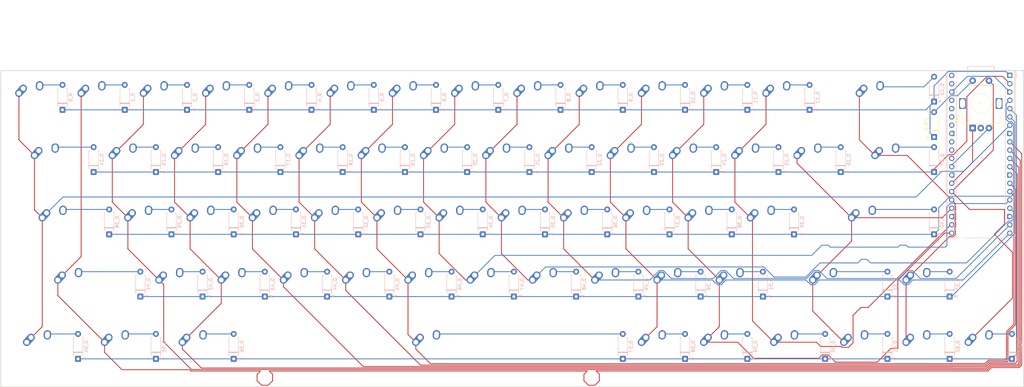
<source format=kicad_pcb>
(kicad_pcb (version 20241229) (generator "pcbnew") (generator_version "9.0")
  (layers (0 "F.Cu" signal) (2 "B.Cu" signal) (13 "F.Paste" user) (15 "B.Paste" user) (5 "F.SilkS" user "F.Silkscreen") (7 "B.SilkS" user "B.Silkscreen") (1 "F.Mask" user) (3 "B.Mask" user) (25 "Edge.Cuts" user))
  (net 0 "")
  (net 1 "GND")
  (net 2 "Net-(A1-GND-Pad13)")
  (net 3 "col0")
  (net 4 "col1")
  (net 5 "col2")
  (net 6 "col3")
  (net 7 "col4")
  (net 8 "col5")
  (net 9 "col6")
  (net 10 "col7")
  (net 11 "col8")
  (net 12 "col9")
  (net 13 "col10")
  (net 14 "col11")
  (net 15 "col12")
  (net 16 "col13")
  (net 17 "col14")
  (net 18 "col15")
  (net 20 "row0")
  (net 21 "row1")
  (net 22 "row2")
  (net 23 "row3")
  (net 24 "row4")
  (net 31 "1B")
  (net 32 "1A")
  (net 36 "Net-(D_0-A)")
  (net 37 "Net-(D_1-A)")
  (net 38 "Net-(D_2-A)")
  (net 39 "Net-(D_3-A)")
  (net 40 "Net-(D_4-A)")
  (net 41 "Net-(D_5-A)")
  (net 42 "Net-(D_6-A)")
  (net 43 "Net-(D_7-A)")
  (net 44 "Net-(D_8-A)")
  (net 45 "Net-(D_9-A)")
  (net 46 "Net-(D_10-A)")
  (net 47 "Net-(D_11-A)")
  (net 48 "Net-(D_12-A)")
  (net 49 "Net-(D_13-A)")
  (net 50 "Net-(D_14-A)")
  (net 51 "Net-(D_15-A)")
  (net 52 "Net-(D_16-A)")
  (net 53 "Net-(D_17-A)")
  (net 54 "Net-(D_18-A)")
  (net 55 "Net-(D_19-A)")
  (net 56 "Net-(D_20-A)")
  (net 57 "Net-(D_21-A)")
  (net 58 "Net-(D_22-A)")
  (net 59 "Net-(D_23-A)")
  (net 60 "Net-(D_24-A)")
  (net 61 "Net-(D_25-A)")
  (net 62 "Net-(D_26-A)")
  (net 63 "Net-(D_27-A)")
  (net 64 "Net-(D_28-A)")
  (net 65 "Net-(D_29-A)")
  (net 66 "Net-(D_30-A)")
  (net 67 "Net-(D_31-A)")
  (net 68 "Net-(D_32-A)")
  (net 69 "Net-(D_33-A)")
  (net 70 "Net-(D_34-A)")
  (net 71 "Net-(D_35-A)")
  (net 72 "Net-(D_36-A)")
  (net 73 "Net-(D_37-A)")
  (net 74 "Net-(D_38-A)")
  (net 75 "Net-(D_39-A)")
  (net 76 "Net-(D_40-A)")
  (net 77 "Net-(D_41-A)")
  (net 78 "Net-(D_42-A)")
  (net 79 "Net-(D_43-A)")
  (net 80 "Net-(D_44-A)")
  (net 81 "Net-(D_45-A)")
  (net 82 "Net-(D_46-A)")
  (net 83 "Net-(D_47-A)")
  (net 84 "Net-(D_48-A)")
  (net 85 "Net-(D_49-A)")
  (net 86 "Net-(D_50-A)")
  (net 87 "Net-(D_51-A)")
  (net 88 "Net-(D_52-A)")
  (net 89 "Net-(D_53-A)")
  (net 90 "Net-(D_54-A)")
  (net 91 "Net-(D_55-A)")
  (net 92 "Net-(D_56-A)")
  (net 93 "Net-(D_57-A)")
  (net 94 "Net-(D_58-A)")
  (net 95 "Net-(D_59-A)")
  (net 96 "Net-(D_60-A)")
  (net 97 "Net-(D_61-A)")
  (net 98 "Net-(D_62-A)")
  (net 99 "Net-(D_63-A)")
  (net 100 "Net-(D_64-A)")
  (footprint "MX_Alps_Hybrid:MX-1U-NoLED" (layer "F.Cu") (at 155.8625 123.43)
    (property "Reference" "K_0")
    (property "Value" "KEYSW")
  )
  (footprint "MX_Alps_Hybrid:MX-1U-NoLED" (layer "F.Cu") (at 174.9125 123.43)
    (property "Reference" "K_1")
    (property "Value" "KEYSW")
  )
  (footprint "MX_Alps_Hybrid:MX-1U-NoLED" (layer "F.Cu") (at 193.9625 123.43)
    (property "Reference" "K_2")
    (property "Value" "KEYSW")
  )
  (footprint "MX_Alps_Hybrid:MX-1U-NoLED" (layer "F.Cu") (at 213.0125 123.43)
    (property "Reference" "K_3")
    (property "Value" "KEYSW")
  )
  (footprint "MX_Alps_Hybrid:MX-1U-NoLED" (layer "F.Cu") (at 232.0625 123.43)
    (property "Reference" "K_4")
    (property "Value" "KEYSW")
  )
  (footprint "MX_Alps_Hybrid:MX-1U-NoLED" (layer "F.Cu") (at 251.1125 123.43)
    (property "Reference" "K_5")
    (property "Value" "KEYSW")
  )
  (footprint "MX_Alps_Hybrid:MX-1U-NoLED" (layer "F.Cu") (at 270.1625 123.43)
    (property "Reference" "K_6")
    (property "Value" "KEYSW")
  )
  (footprint "MX_Alps_Hybrid:MX-1U-NoLED" (layer "F.Cu") (at 289.2125 123.43)
    (property "Reference" "K_7")
    (property "Value" "KEYSW")
  )
  (footprint "MX_Alps_Hybrid:MX-1U-NoLED" (layer "F.Cu") (at 308.2625 123.43)
    (property "Reference" "K_8")
    (property "Value" "KEYSW")
  )
  (footprint "MX_Alps_Hybrid:MX-1U-NoLED" (layer "F.Cu") (at 327.3125 123.43)
    (property "Reference" "K_9")
    (property "Value" "KEYSW")
  )
  (footprint "MX_Alps_Hybrid:MX-1U-NoLED" (layer "F.Cu") (at 346.3625 123.43)
    (property "Reference" "K_10")
    (property "Value" "KEYSW")
  )
  (footprint "MX_Alps_Hybrid:MX-1U-NoLED" (layer "F.Cu") (at 365.4125 123.43)
    (property "Reference" "K_11")
    (property "Value" "KEYSW")
  )
  (footprint "MX_Alps_Hybrid:MX-1U-NoLED" (layer "F.Cu") (at 384.4625 123.43)
    (property "Reference" "K_12")
    (property "Value" "KEYSW")
  )
  (footprint "MX_Alps_Hybrid:MX-2U-NoLED" (layer "F.Cu") (at 413.0375 123.43)
    (property "Reference" "K_13")
    (property "Value" "KEYSW")
  )
  (footprint "MX_Alps_Hybrid:MX-1.5U-NoLED" (layer "F.Cu") (at 160.625 142.48)
    (property "Reference" "K_14")
    (property "Value" "KEYSW")
  )
  (footprint "MX_Alps_Hybrid:MX-1U-NoLED" (layer "F.Cu") (at 184.4375 142.48)
    (property "Reference" "K_15")
    (property "Value" "KEYSW")
  )
  (footprint "MX_Alps_Hybrid:MX-1U-NoLED" (layer "F.Cu") (at 203.4875 142.48)
    (property "Reference" "K_16")
    (property "Value" "KEYSW")
  )
  (footprint "MX_Alps_Hybrid:MX-1U-NoLED" (layer "F.Cu") (at 222.5375 142.48)
    (property "Reference" "K_17")
    (property "Value" "KEYSW")
  )
  (footprint "MX_Alps_Hybrid:MX-1U-NoLED" (layer "F.Cu") (at 241.5875 142.48)
    (property "Reference" "K_18")
    (property "Value" "KEYSW")
  )
  (footprint "MX_Alps_Hybrid:MX-1U-NoLED" (layer "F.Cu") (at 260.6375 142.48)
    (property "Reference" "K_19")
    (property "Value" "KEYSW")
  )
  (footprint "MX_Alps_Hybrid:MX-1U-NoLED" (layer "F.Cu") (at 279.6875 142.48)
    (property "Reference" "K_20")
    (property "Value" "KEYSW")
  )
  (footprint "MX_Alps_Hybrid:MX-1U-NoLED" (layer "F.Cu") (at 298.7375 142.48)
    (property "Reference" "K_21")
    (property "Value" "KEYSW")
  )
  (footprint "MX_Alps_Hybrid:MX-1U-NoLED" (layer "F.Cu") (at 317.7875 142.48)
    (property "Reference" "K_22")
    (property "Value" "KEYSW")
  )
  (footprint "MX_Alps_Hybrid:MX-1U-NoLED" (layer "F.Cu") (at 336.8375 142.48)
    (property "Reference" "K_23")
    (property "Value" "KEYSW")
  )
  (footprint "MX_Alps_Hybrid:MX-1U-NoLED" (layer "F.Cu") (at 355.8875 142.48)
    (property "Reference" "K_24")
    (property "Value" "KEYSW")
  )
  (footprint "MX_Alps_Hybrid:MX-1U-NoLED" (layer "F.Cu") (at 374.9375 142.48)
    (property "Reference" "K_25")
    (property "Value" "KEYSW")
  )
  (footprint "MX_Alps_Hybrid:MX-1U-NoLED" (layer "F.Cu") (at 393.9875 142.48)
    (property "Reference" "K_26")
    (property "Value" "KEYSW")
  )
  (footprint "MX_Alps_Hybrid:MX-1.5U-NoLED" (layer "F.Cu") (at 417.8 142.48)
    (property "Reference" "K_27")
    (property "Value" "KEYSW")
  )
  (footprint "MX_Alps_Hybrid:MX-1.75U-NoLED" (layer "F.Cu") (at 163.00625 161.53)
    (property "Reference" "K_28")
    (property "Value" "KEYSW")
  )
  (footprint "MX_Alps_Hybrid:MX-1U-NoLED" (layer "F.Cu") (at 189.2 161.53)
    (property "Reference" "K_29")
    (property "Value" "KEYSW")
  )
  (footprint "MX_Alps_Hybrid:MX-1U-NoLED" (layer "F.Cu") (at 208.25 161.53)
    (property "Reference" "K_30")
    (property "Value" "KEYSW")
  )
  (footprint "MX_Alps_Hybrid:MX-1U-NoLED" (layer "F.Cu") (at 227.3 161.53)
    (property "Reference" "K_31")
    (property "Value" "KEYSW")
  )
  (footprint "MX_Alps_Hybrid:MX-1U-NoLED" (layer "F.Cu") (at 246.35 161.53)
    (property "Reference" "K_32")
    (property "Value" "KEYSW")
  )
  (footprint "MX_Alps_Hybrid:MX-1U-NoLED" (layer "F.Cu") (at 265.4 161.53)
    (property "Reference" "K_33")
    (property "Value" "KEYSW")
  )
  (footprint "MX_Alps_Hybrid:MX-1U-NoLED" (layer "F.Cu") (at 284.45 161.53)
    (property "Reference" "K_34")
    (property "Value" "KEYSW")
  )
  (footprint "MX_Alps_Hybrid:MX-1U-NoLED" (layer "F.Cu") (at 303.5 161.53)
    (property "Reference" "K_35")
    (property "Value" "KEYSW")
  )
  (footprint "MX_Alps_Hybrid:MX-1U-NoLED" (layer "F.Cu") (at 322.55 161.53)
    (property "Reference" "K_36")
    (property "Value" "KEYSW")
  )
  (footprint "MX_Alps_Hybrid:MX-1U-NoLED" (layer "F.Cu") (at 341.6 161.53)
    (property "Reference" "K_37")
    (property "Value" "KEYSW")
  )
  (footprint "MX_Alps_Hybrid:MX-1U-NoLED" (layer "F.Cu") (at 360.65 161.53)
    (property "Reference" "K_38")
    (property "Value" "KEYSW")
  )
  (footprint "MX_Alps_Hybrid:MX-1U-NoLED" (layer "F.Cu") (at 379.7 161.53)
    (property "Reference" "K_39")
    (property "Value" "KEYSW")
  )
  (footprint "MX_Alps_Hybrid:MX-2.25U-NoLED" (layer "F.Cu") (at 410.65625 161.53)
    (property "Reference" "K_40")
    (property "Value" "KEYSW")
  )
  (footprint "MX_Alps_Hybrid:MX-2.25U-NoLED" (layer "F.Cu") (at 167.76875 180.58)
    (property "Reference" "K_41")
    (property "Value" "KEYSW")
  )
  (footprint "MX_Alps_Hybrid:MX-1U-NoLED" (layer "F.Cu") (at 198.725 180.58)
    (property "Reference" "K_42")
    (property "Value" "KEYSW")
  )
  (footprint "MX_Alps_Hybrid:MX-1U-NoLED" (layer "F.Cu") (at 217.775 180.58)
    (property "Reference" "K_43")
    (property "Value" "KEYSW")
  )
  (footprint "MX_Alps_Hybrid:MX-1U-NoLED" (layer "F.Cu") (at 236.825 180.58)
    (property "Reference" "K_44")
    (property "Value" "KEYSW")
  )
  (footprint "MX_Alps_Hybrid:MX-1U-NoLED" (layer "F.Cu") (at 255.875 180.58)
    (property "Reference" "K_45")
    (property "Value" "KEYSW")
  )
  (footprint "MX_Alps_Hybrid:MX-1U-NoLED" (layer "F.Cu") (at 274.925 180.58)
    (property "Reference" "K_46")
    (property "Value" "KEYSW")
  )
  (footprint "MX_Alps_Hybrid:MX-1U-NoLED" (layer "F.Cu") (at 293.975 180.58)
    (property "Reference" "K_47")
    (property "Value" "KEYSW")
  )
  (footprint "MX_Alps_Hybrid:MX-1U-NoLED" (layer "F.Cu") (at 313.025 180.58)
    (property "Reference" "K_48")
    (property "Value" "KEYSW")
  )
  (footprint "MX_Alps_Hybrid:MX-1U-NoLED" (layer "F.Cu") (at 332.075 180.58)
    (property "Reference" "K_49")
    (property "Value" "KEYSW")
  )
  (footprint "MX_Alps_Hybrid:MX-1U-NoLED" (layer "F.Cu") (at 351.125 180.58)
    (property "Reference" "K_50")
    (property "Value" "KEYSW")
  )
  (footprint "MX_Alps_Hybrid:MX-1U-NoLED" (layer "F.Cu") (at 370.175 180.58)
    (property "Reference" "K_51")
    (property "Value" "KEYSW")
  )
  (footprint "MX_Alps_Hybrid:MX-2U-NoLED" (layer "F.Cu") (at 398.75 180.58)
    (property "Reference" "K_52")
    (property "Value" "KEYSW")
  )
  (footprint "MX_Alps_Hybrid:MX-1U-NoLED" (layer "F.Cu") (at 427.325 180.58)
    (property "Reference" "K_53")
    (property "Value" "KEYSW")
  )
  (footprint "MX_Alps_Hybrid:MX-1.25U-NoLED" (layer "F.Cu") (at 158.24375 199.63)
    (property "Reference" "K_54")
    (property "Value" "KEYSW")
  )
  (footprint "MX_Alps_Hybrid:MX-1.25U-NoLED" (layer "F.Cu") (at 182.05625 199.63)
    (property "Reference" "K_55")
    (property "Value" "KEYSW")
  )
  (footprint "MX_Alps_Hybrid:MX-1.25U-NoLED" (layer "F.Cu") (at 205.86875 199.63)
    (property "Reference" "K_56")
    (property "Value" "KEYSW")
  )
  (footprint "MX_Alps_Hybrid:MX-6.25U-NoLED" (layer "F.Cu") (at 277.30625 199.63)
    (property "Reference" "K_57")
    (property "Value" "KEYSW")
  )
  (footprint "MX_Alps_Hybrid:MX-1U-NoLED" (layer "F.Cu") (at 346.3625 199.63)
    (property "Reference" "K_58")
    (property "Value" "KEYSW")
  )
  (footprint "MX_Alps_Hybrid:MX-1U-NoLED" (layer "F.Cu") (at 365.4125 199.63)
    (property "Reference" "K_59")
    (property "Value" "KEYSW")
  )
  (footprint "MX_Alps_Hybrid:MX-1.25U-NoLED" (layer "F.Cu") (at 386.84375 199.63)
    (property "Reference" "K_60")
    (property "Value" "KEYSW")
  )
  (footprint "MX_Alps_Hybrid:MX-1U-NoLED" (layer "F.Cu") (at 408.275 199.63)
    (property "Reference" "K_61")
    (property "Value" "KEYSW")
  )
  (footprint "MX_Alps_Hybrid:MX-1U-NoLED" (layer "F.Cu") (at 427.325 199.63)
    (property "Reference" "K_62")
    (property "Value" "KEYSW")
  )
  (footprint "MX_Alps_Hybrid:MX-1U-NoLED" (layer "F.Cu") (at 446.375 199.63)
    (property "Reference" "K_63")
    (property "Value" "KEYSW")
  )
  (footprint "Diode_THT:D_A-405_P7.62mm_Horizontal" (layer "F.Cu") (at 432.0875 134.31 90)
    (property "Reference" "D_64")
    (property "Value" "D")
  )
  (footprint "Rotary_Encoder:RotaryEncoder_Alps_EC11E-Switch_Vertical_H20mm" (layer "F.Cu") (at 443.875 131.54995 90)
    (property "Reference" "SW1")
    (property "Value" "RotaryEncoder_Switch")
  )
  (footprint "Diode_THT:D_A-405_P7.62mm_Horizontal" (layer "B.Cu") (at 165.3875 125.97 90)
    (property "Reference" "D_0")
    (property "Value" "D")
  )
  (footprint "Diode_THT:D_A-405_P7.62mm_Horizontal" (layer "B.Cu") (at 184.4375 125.97 90)
    (property "Reference" "D_1")
    (property "Value" "D")
  )
  (footprint "Diode_THT:D_A-405_P7.62mm_Horizontal" (layer "B.Cu") (at 203.4875 125.97 90)
    (property "Reference" "D_2")
    (property "Value" "D")
  )
  (footprint "Diode_THT:D_A-405_P7.62mm_Horizontal" (layer "B.Cu") (at 222.5375 125.97 90)
    (property "Reference" "D_3")
    (property "Value" "D")
  )
  (footprint "Diode_THT:D_A-405_P7.62mm_Horizontal" (layer "B.Cu") (at 241.5875 125.97 90)
    (property "Reference" "D_4")
    (property "Value" "D")
  )
  (footprint "Diode_THT:D_A-405_P7.62mm_Horizontal" (layer "B.Cu") (at 260.6375 125.97 90)
    (property "Reference" "D_5")
    (property "Value" "D")
  )
  (footprint "Diode_THT:D_A-405_P7.62mm_Horizontal" (layer "B.Cu") (at 279.6875 125.97 90)
    (property "Reference" "D_6")
    (property "Value" "D")
  )
  (footprint "Diode_THT:D_A-405_P7.62mm_Horizontal" (layer "B.Cu") (at 298.7375 125.97 90)
    (property "Reference" "D_7")
    (property "Value" "D")
  )
  (footprint "Diode_THT:D_A-405_P7.62mm_Horizontal" (layer "B.Cu") (at 317.7875 125.97 90)
    (property "Reference" "D_8")
    (property "Value" "D")
  )
  (footprint "Diode_THT:D_A-405_P7.62mm_Horizontal" (layer "B.Cu") (at 336.8375 125.97 90)
    (property "Reference" "D_9")
    (property "Value" "D")
  )
  (footprint "Diode_THT:D_A-405_P7.62mm_Horizontal" (layer "B.Cu") (at 355.8875 125.97 90)
    (property "Reference" "D_10")
    (property "Value" "D")
  )
  (footprint "Diode_THT:D_A-405_P7.62mm_Horizontal" (layer "B.Cu") (at 374.9375 125.97 90)
    (property "Reference" "D_11")
    (property "Value" "D")
  )
  (footprint "Diode_THT:D_A-405_P7.62mm_Horizontal" (layer "B.Cu") (at 393.9875 125.97 90)
    (property "Reference" "D_12")
    (property "Value" "D")
  )
  (footprint "Diode_THT:D_A-405_P7.62mm_Horizontal" (layer "B.Cu") (at 432.0875 123.47 90)
    (property "Reference" "D_13")
    (property "Value" "D")
  )
  (footprint "Diode_THT:D_A-405_P7.62mm_Horizontal" (layer "B.Cu") (at 174.9125 145.02 90)
    (property "Reference" "D_14")
    (property "Value" "D")
  )
  (footprint "Diode_THT:D_A-405_P7.62mm_Horizontal" (layer "B.Cu") (at 193.9625 145.02 90)
    (property "Reference" "D_15")
    (property "Value" "D")
  )
  (footprint "Diode_THT:D_A-405_P7.62mm_Horizontal" (layer "B.Cu") (at 213.0125 145.02 90)
    (property "Reference" "D_16")
    (property "Value" "D")
  )
  (footprint "Diode_THT:D_A-405_P7.62mm_Horizontal" (layer "B.Cu") (at 232.0625 145.02 90)
    (property "Reference" "D_17")
    (property "Value" "D")
  )
  (footprint "Diode_THT:D_A-405_P7.62mm_Horizontal" (layer "B.Cu") (at 251.1125 145.02 90)
    (property "Reference" "D_18")
    (property "Value" "D")
  )
  (footprint "Diode_THT:D_A-405_P7.62mm_Horizontal" (layer "B.Cu") (at 270.1625 145.02 90)
    (property "Reference" "D_19")
    (property "Value" "D")
  )
  (footprint "Diode_THT:D_A-405_P7.62mm_Horizontal" (layer "B.Cu") (at 289.2125 145.02 90)
    (property "Reference" "D_20")
    (property "Value" "D")
  )
  (footprint "Diode_THT:D_A-405_P7.62mm_Horizontal" (layer "B.Cu") (at 308.2625 145.02 90)
    (property "Reference" "D_21")
    (property "Value" "D")
  )
  (footprint "Diode_THT:D_A-405_P7.62mm_Horizontal" (layer "B.Cu") (at 327.3125 145.02 90)
    (property "Reference" "D_22")
    (property "Value" "D")
  )
  (footprint "Diode_THT:D_A-405_P7.62mm_Horizontal" (layer "B.Cu") (at 346.3625 145.02 90)
    (property "Reference" "D_23")
    (property "Value" "D")
  )
  (footprint "Diode_THT:D_A-405_P7.62mm_Horizontal" (layer "B.Cu") (at 365.4125 145.02 90)
    (property "Reference" "D_24")
    (property "Value" "D")
  )
  (footprint "Diode_THT:D_A-405_P7.62mm_Horizontal" (layer "B.Cu") (at 384.4625 145.02 90)
    (property "Reference" "D_25")
    (property "Value" "D")
  )
  (footprint "Diode_THT:D_A-405_P7.62mm_Horizontal" (layer "B.Cu") (at 403.5125 145.02 90)
    (property "Reference" "D_26")
    (property "Value" "D")
  )
  (footprint "Diode_THT:D_A-405_P7.62mm_Horizontal" (layer "B.Cu") (at 432.0875 145.02 90)
    (property "Reference" "D_27")
    (property "Value" "D")
  )
  (footprint "Diode_THT:D_A-405_P7.62mm_Horizontal" (layer "B.Cu") (at 179.675 164.07 90)
    (property "Reference" "D_28")
    (property "Value" "D")
  )
  (footprint "Diode_THT:D_A-405_P7.62mm_Horizontal" (layer "B.Cu") (at 198.725 164.07 90)
    (property "Reference" "D_29")
    (property "Value" "D")
  )
  (footprint "Diode_THT:D_A-405_P7.62mm_Horizontal" (layer "B.Cu") (at 217.775 164.07 90)
    (property "Reference" "D_30")
    (property "Value" "D")
  )
  (footprint "Diode_THT:D_A-405_P7.62mm_Horizontal" (layer "B.Cu") (at 236.825 164.07 90)
    (property "Reference" "D_31")
    (property "Value" "D")
  )
  (footprint "Diode_THT:D_A-405_P7.62mm_Horizontal" (layer "B.Cu") (at 255.875 164.07 90)
    (property "Reference" "D_32")
    (property "Value" "D")
  )
  (footprint "Diode_THT:D_A-405_P7.62mm_Horizontal" (layer "B.Cu") (at 274.925 164.07 90)
    (property "Reference" "D_33")
    (property "Value" "D")
  )
  (footprint "Diode_THT:D_A-405_P7.62mm_Horizontal" (layer "B.Cu") (at 293.975 164.07 90)
    (property "Reference" "D_34")
    (property "Value" "D")
  )
  (footprint "Diode_THT:D_A-405_P7.62mm_Horizontal" (layer "B.Cu") (at 313.025 164.07 90)
    (property "Reference" "D_35")
    (property "Value" "D")
  )
  (footprint "Diode_THT:D_A-405_P7.62mm_Horizontal" (layer "B.Cu") (at 332.075 164.07 90)
    (property "Reference" "D_36")
    (property "Value" "D")
  )
  (footprint "Diode_THT:D_A-405_P7.62mm_Horizontal" (layer "B.Cu") (at 351.125 164.07 90)
    (property "Reference" "D_37")
    (property "Value" "D")
  )
  (footprint "Diode_THT:D_A-405_P7.62mm_Horizontal" (layer "B.Cu") (at 370.175 164.07 90)
    (property "Reference" "D_38")
    (property "Value" "D")
  )
  (footprint "Diode_THT:D_A-405_P7.62mm_Horizontal" (layer "B.Cu") (at 389.225 164.07 90)
    (property "Reference" "D_39")
    (property "Value" "D")
  )
  (footprint "Diode_THT:D_A-405_P7.62mm_Horizontal" (layer "B.Cu") (at 432.0875 164.07 90)
    (property "Reference" "D_40")
    (property "Value" "D")
  )
  (footprint "Diode_THT:D_A-405_P7.62mm_Horizontal" (layer "B.Cu") (at 189.2 183.12 90)
    (property "Reference" "D_41")
    (property "Value" "D")
  )
  (footprint "Diode_THT:D_A-405_P7.62mm_Horizontal" (layer "B.Cu") (at 208.25 183.12 90)
    (property "Reference" "D_42")
    (property "Value" "D")
  )
  (footprint "Diode_THT:D_A-405_P7.62mm_Horizontal" (layer "B.Cu") (at 227.3 183.12 90)
    (property "Reference" "D_43")
    (property "Value" "D")
  )
  (footprint "Diode_THT:D_A-405_P7.62mm_Horizontal" (layer "B.Cu") (at 246.35 183.12 90)
    (property "Reference" "D_44")
    (property "Value" "D")
  )
  (footprint "Diode_THT:D_A-405_P7.62mm_Horizontal" (layer "B.Cu") (at 265.4 183.12 90)
    (property "Reference" "D_45")
    (property "Value" "D")
  )
  (footprint "Diode_THT:D_A-405_P7.62mm_Horizontal" (layer "B.Cu") (at 284.45 183.12 90)
    (property "Reference" "D_46")
    (property "Value" "D")
  )
  (footprint "Diode_THT:D_A-405_P7.62mm_Horizontal" (layer "B.Cu") (at 303.5 183.12 90)
    (property "Reference" "D_47")
    (property "Value" "D")
  )
  (footprint "Diode_THT:D_A-405_P7.62mm_Horizontal" (layer "B.Cu") (at 322.55 183.12 90)
    (property "Reference" "D_48")
    (property "Value" "D")
  )
  (footprint "Diode_THT:D_A-405_P7.62mm_Horizontal" (layer "B.Cu") (at 341.6 183.12 90)
    (property "Reference" "D_49")
    (property "Value" "D")
  )
  (footprint "Diode_THT:D_A-405_P7.62mm_Horizontal" (layer "B.Cu") (at 360.65 183.12 90)
    (property "Reference" "D_50")
    (property "Value" "D")
  )
  (footprint "Diode_THT:D_A-405_P7.62mm_Horizontal" (layer "B.Cu") (at 379.7 183.12 90)
    (property "Reference" "D_51")
    (property "Value" "D")
  )
  (footprint "Diode_THT:D_A-405_P7.62mm_Horizontal" (layer "B.Cu") (at 417.8 183.12 90)
    (property "Reference" "D_52")
    (property "Value" "D")
  )
  (footprint "Diode_THT:D_A-405_P7.62mm_Horizontal" (layer "B.Cu") (at 436.85 183.12 90)
    (property "Reference" "D_53")
    (property "Value" "D")
  )
  (footprint "Diode_THT:D_A-405_P7.62mm_Horizontal" (layer "B.Cu") (at 170.15 202.17 90)
    (property "Reference" "D_54")
    (property "Value" "D")
  )
  (footprint "Diode_THT:D_A-405_P7.62mm_Horizontal" (layer "B.Cu") (at 193.9625 202.17 90)
    (property "Reference" "D_55")
    (property "Value" "D")
  )
  (footprint "Diode_THT:D_A-405_P7.62mm_Horizontal" (layer "B.Cu") (at 217.775 202.17 90)
    (property "Reference" "D_56")
    (property "Value" "D")
  )
  (footprint "Diode_THT:D_A-405_P7.62mm_Horizontal" (layer "B.Cu") (at 336.8375 202.17 90)
    (property "Reference" "D_57")
    (property "Value" "D")
  )
  (footprint "Diode_THT:D_A-405_P7.62mm_Horizontal" (layer "B.Cu") (at 355.8875 202.17 90)
    (property "Reference" "D_58")
    (property "Value" "D")
  )
  (footprint "Diode_THT:D_A-405_P7.62mm_Horizontal" (layer "B.Cu") (at 374.9375 202.17 90)
    (property "Reference" "D_59")
    (property "Value" "D")
  )
  (footprint "Diode_THT:D_A-405_P7.62mm_Horizontal" (layer "B.Cu") (at 398.75 202.17 90)
    (property "Reference" "D_60")
    (property "Value" "D")
  )
  (footprint "Diode_THT:D_A-405_P7.62mm_Horizontal" (layer "B.Cu") (at 417.8 202.17 90)
    (property "Reference" "D_61")
    (property "Value" "D")
  )
  (footprint "Diode_THT:D_A-405_P7.62mm_Horizontal" (layer "B.Cu") (at 436.85 202.17 90)
    (property "Reference" "D_62")
    (property "Value" "D")
  )
  (footprint "Diode_THT:D_A-405_P7.62mm_Horizontal" (layer "B.Cu") (at 455.9 202.17 90)
    (property "Reference" "D_63")
    (property "Value" "D")
  )
  (footprint "Module:RaspberryPi_Pico_Common_THT" (layer "B.Cu") (at 455.265 115.44 180)
    (property "Reference" "A1")
    (property "Value" "RaspberryPi_Pico")
  )
  (gr_line (start 146.5 114) (end 459.5 114) (stroke (width 0.2)) (layer "Edge.Cuts"))
  (gr_line (start 459.5 114) (end 459.5 210.75) (stroke (width 0.2)) (layer "Edge.Cuts"))
  (gr_line (start 146.5 210.75) (end 146.5 114) (stroke (width 0.2)) (layer "Edge.Cuts"))
  (gr_line (start 459.5 210.75) (end 146.5 210.75) (stroke (width 0.2)) (layer "Edge.Cuts"))
  (segment (start 442.28105 115.72395) (end 450.46895 115.72395) (width 0.25) (layer "B.Cu") (net 2))
  (segment (start 450.46895 115.72395) (end 455.265 120.52) (width 0.25) (layer "B.Cu") (net 2))
  (segment (start 437.485 120.52) (end 442.28105 115.72395) (width 0.25) (layer "B.Cu") (net 2))
  (segment (start 152.0525 135.1775) (end 156.815 139.94) (width 0.25) (layer "F.Cu") (net 3))
  (segment (start 156.815 139.94) (end 156.815 156.60875) (width 0.25) (layer "F.Cu") (net 3))
  (segment (start 159.19625 192.3275) (end 154.43375 197.09) (width 0.25) (layer "F.Cu") (net 3))
  (segment (start 156.815 156.60875) (end 159.19625 158.99) (width 0.25) (layer "F.Cu") (net 3))
  (segment (start 159.19625 158.99) (end 159.19625 192.3275) (width 0.25) (layer "F.Cu") (net 3))
  (segment (start 152.0525 120.89) (end 152.0525 135.1775) (width 0.25) (layer "F.Cu") (net 3))
  (segment (start 455.265 130.68) (end 441.156 144.789) (width 0.25) (layer "B.Cu") (net 3))
  (segment (start 165.54125 152.645) (end 159.19625 158.99) (width 0.25) (layer "B.Cu") (net 3))
  (segment (start 434.440014 144.789) (end 426.584014 152.645) (width 0.25) (layer "B.Cu") (net 3))
  (segment (start 426.584014 152.645) (end 165.54125 152.645) (width 0.25) (layer "B.Cu") (net 3))
  (segment (start 441.156 144.789) (end 434.440014 144.789) (width 0.25) (layer "B.Cu") (net 3))
  (segment (start 204.251759 205.5) (end 183.579069 205.5) (width 0.25) (layer "F.Cu") (net 4))
  (segment (start 226.324705 210.2549) (end 224.93645 208.866645) (width 0.25) (layer "F.Cu") (net 4))
  (segment (start 455.265 135.76) (end 458.902 139.397) (width 0.25) (layer "F.Cu") (net 4))
  (segment (start 229.67625 206.903355) (end 229.67625 208.866645) (width 0.25) (layer "F.Cu") (net 4))
  (segment (start 171.1025 170.89625) (end 163.95875 178.04) (width 0.25) (layer "F.Cu") (net 4))
  (segment (start 178.24625 200.167181) (end 178.24625 197.09) (width 0.25) (layer "F.Cu") (net 4))
  (segment (start 163.95875 178.04) (end 163.95875 182.8025) (width 0.25) (layer "F.Cu") (net 4))
  (segment (start 328.674695 205.902) (end 329.67605 206.903355) (width 0.25) (layer "F.Cu") (net 4))
  (segment (start 225.937805 205.902) (end 204.653759 205.902) (width 0.25) (layer "F.Cu") (net 4))
  (segment (start 204.653759 205.902) (end 204.251759 205.5) (width 0.25) (layer "F.Cu") (net 4))
  (segment (start 228.674895 205.902) (end 229.67625 206.903355) (width 0.25) (layer "F.Cu") (net 4))
  (segment (start 458.1469 204.8531) (end 449.6469 204.8531) (width 0.25) (layer "F.Cu") (net 4))
  (segment (start 458.902 204.098) (end 458.1469 204.8531) (width 0.25) (layer "F.Cu") (net 4))
  (segment (start 324.93625 208.866645) (end 324.93625 206.903355) (width 0.25) (layer "F.Cu") (net 4))
  (segment (start 163.95875 182.8025) (end 178.24625 197.09) (width 0.25) (layer "F.Cu") (net 4))
  (segment (start 183.579069 205.5) (end 178.24625 200.167181) (width 0.25) (layer "F.Cu") (net 4))
  (segment (start 224.93645 206.903355) (end 225.937805 205.902) (width 0.25) (layer "F.Cu") (net 4))
  (segment (start 329.67605 208.866645) (end 328.287795 210.2549) (width 0.25) (layer "F.Cu") (net 4))
  (segment (start 458.902 139.397) (end 458.902 204.098) (width 0.25) (layer "F.Cu") (net 4))
  (segment (start 449.6469 204.8531) (end 448.598 205.902) (width 0.25) (layer "F.Cu") (net 4))
  (segment (start 228.287995 210.2549) (end 226.324705 210.2549) (width 0.25) (layer "F.Cu") (net 4))
  (segment (start 325.937605 205.902) (end 228.674895 205.902) (width 0.25) (layer "F.Cu") (net 4))
  (segment (start 328.287795 210.2549) (end 326.324505 210.2549) (width 0.25) (layer "F.Cu") (net 4))
  (segment (start 224.93645 208.866645) (end 224.93645 206.903355) (width 0.25) (layer "F.Cu") (net 4))
  (segment (start 229.67625 208.866645) (end 228.287995 210.2549) (width 0.25) (layer "F.Cu") (net 4))
  (segment (start 324.93625 206.903355) (end 325.937605 205.902) (width 0.25) (layer "F.Cu") (net 4))
  (segment (start 329.67605 206.903355) (end 329.67605 208.866645) (width 0.25) (layer "F.Cu") (net 4))
  (segment (start 326.324505 210.2549) (end 324.93625 208.866645) (width 0.25) (layer "F.Cu") (net 4))
  (segment (start 448.598 205.902) (end 328.674695 205.902) (width 0.25) (layer "F.Cu") (net 4))
  (segment (start 171.1025 120.89) (end 171.1025 170.89625) (width 0.25) (layer "F.Cu") (net 4))
  (segment (start 458.451 203.91119) (end 457.96009 204.4021) (width 0.25) (layer "F.Cu") (net 5))
  (segment (start 204.840569 205.451) (end 196.3551 196.965531) (width 0.25) (layer "F.Cu") (net 5))
  (segment (start 449.46009 204.4021) (end 448.41119 205.451) (width 0.25) (layer "F.Cu") (net 5))
  (segment (start 457.96009 204.4021) (end 449.46009 204.4021) (width 0.25) (layer "F.Cu") (net 5))
  (segment (start 448.41119 205.451) (end 204.840569 205.451) (width 0.25) (layer "F.Cu") (net 5))
  (segment (start 196.3551 196.965531) (end 196.3551 179.4801) (width 0.25) (layer "F.Cu") (net 5))
  (segment (start 190.1525 130.415) (end 180.6275 139.94) (width 0.25) (layer "F.Cu") (net 5))
  (segment (start 455.265 138.3) (end 458.451 141.486) (width 0.25) (layer "F.Cu") (net 5))
  (segment (start 196.3551 179.4801) (end 194.915 178.04) (width 0.25) (layer "F.Cu") (net 5))
  (segment (start 180.6275 139.94) (end 180.6275 154.2275) (width 0.25) (layer "F.Cu") (net 5))
  (segment (start 185.39 158.99) (end 185.39 168.515) (width 0.25) (layer "F.Cu") (net 5))
  (segment (start 190.1525 120.89) (end 190.1525 130.415) (width 0.25) (layer "F.Cu") (net 5))
  (segment (start 458.451 141.486) (end 458.451 203.91119) (width 0.25) (layer "F.Cu") (net 5))
  (segment (start 180.6275 154.2275) (end 185.39 158.99) (width 0.25) (layer "F.Cu") (net 5))
  (segment (start 185.39 168.515) (end 194.915 178.04) (width 0.25) (layer "F.Cu") (net 5))
  (segment (start 209.2025 130.415) (end 199.6775 139.94) (width 0.25) (layer "F.Cu") (net 6))
  (segment (start 204.44 168.515) (end 213.965 178.04) (width 0.25) (layer "F.Cu") (net 6))
  (segment (start 213.965 185.18375) (end 202.05875 197.09) (width 0.25) (layer "F.Cu") (net 6))
  (segment (start 209.2025 120.89) (end 209.2025 130.415) (width 0.25) (layer "F.Cu") (net 6))
  (segment (start 207.887205 205) (end 202.05875 199.171545) (width 0.25) (layer "F.Cu") (net 6))
  (segment (start 202.05875 199.171545) (end 202.05875 197.09) (width 0.25) (layer "F.Cu") (net 6))
  (segment (start 199.6775 139.94) (end 199.6775 154.2275) (width 0.25) (layer "F.Cu") (net 6))
  (segment (start 448.22438 205) (end 207.887205 205) (width 0.25) (layer "F.Cu") (net 6))
  (segment (start 449.27328 203.9511) (end 448.22438 205) (width 0.25) (layer "F.Cu") (net 6))
  (segment (start 199.6775 154.2275) (end 204.44 158.99) (width 0.25) (layer "F.Cu") (net 6))
  (segment (start 457.77328 203.9511) (end 449.27328 203.9511) (width 0.25) (layer "F.Cu") (net 6))
  (segment (start 204.44 158.99) (end 204.44 168.515) (width 0.25) (layer "F.Cu") (net 6))
  (segment (start 458 203.72438) (end 457.77328 203.9511) (width 0.25) (layer "F.Cu") (net 6))
  (segment (start 213.965 178.04) (end 213.965 185.18375) (width 0.25) (layer "F.Cu") (net 6))
  (segment (start 455.265 140.84) (end 458 143.575) (width 0.25) (layer "F.Cu") (net 6))
  (segment (start 458 143.575) (end 458 203.72438) (width 0.25) (layer "F.Cu") (net 6))
  (segment (start 457.5 203) (end 456.9999 203.5001) (width 0.25) (layer "F.Cu") (net 7))
  (segment (start 437.683324 204.5) (end 437.634324 204.549) (width 0.25) (layer "F.Cu") (net 7))
  (segment (start 228.2525 130.415) (end 218.7275 139.94) (width 0.25) (layer "F.Cu") (net 7))
  (segment (start 448.08657 204.5) (end 437.683324 204.5) (width 0.25) (layer "F.Cu") (net 7))
  (segment (start 449.08647 203.5001) (end 448.08657 204.5) (width 0.25) (layer "F.Cu") (net 7))
  (segment (start 218.7275 154.2275) (end 223.49 158.99) (width 0.25) (layer "F.Cu") (net 7))
  (segment (start 457.5 145.615) (end 457.5 203) (width 0.25) (layer "F.Cu") (net 7))
  (segment (start 455.265 143.38) (end 457.5 145.615) (width 0.25) (layer "F.Cu") (net 7))
  (segment (start 228.2525 120.89) (end 228.2525 130.415) (width 0.25) (layer "F.Cu") (net 7))
  (segment (start 233.015 180.121545) (end 233.015 178.04) (width 0.25) (layer "F.Cu") (net 7))
  (segment (start 218.7275 139.94) (end 218.7275 154.2275) (width 0.25) (layer "F.Cu") (net 7))
  (segment (start 223.49 168.515) (end 233.015 178.04) (width 0.25) (layer "F.Cu") (net 7))
  (segment (start 223.49 158.99) (end 223.49 168.515) (width 0.25) (layer "F.Cu") (net 7))
  (segment (start 437.634324 204.549) (end 257.442455 204.549) (width 0.25) (layer "F.Cu") (net 7))
  (segment (start 257.442455 204.549) (end 233.015 180.121545) (width 0.25) (layer "F.Cu") (net 7))
  (segment (start 456.9999 203.5001) (end 449.08647 203.5001) (width 0.25) (layer "F.Cu") (net 7))
  (segment (start 274.925069 204.098) (end 252.065 181.237931) (width 0.25) (layer "F.Cu") (net 8))
  (segment (start 454.674 203) (end 454.13781 203) (width 0.25) (layer "F.Cu") (net 8))
  (segment (start 247.3025 130.415) (end 237.7775 139.94) (width 0.25) (layer "F.Cu") (net 8))
  (segment (start 454.13781 203) (end 454.08871 203.0491) (width 0.25) (layer "F.Cu") (net 8))
  (segment (start 454.674 194.042174) (end 454.674 203) (width 0.25) (layer "F.Cu") (net 8))
  (segment (start 447.89976 204.049) (end 437.496514 204.049) (width 0.25) (layer "F.Cu") (net 8))
  (segment (start 454.08871 203.0491) (end 448.89966 203.0491) (width 0.25) (layer "F.Cu") (net 8))
  (segment (start 242.54 158.99) (end 242.54 168.515) (width 0.25) (layer "F.Cu") (net 8))
  (segment (start 457 191.716174) (end 454.674 194.042174) (width 0.25) (layer "F.Cu") (net 8))
  (segment (start 242.54 168.515) (end 252.065 178.04) (width 0.25) (layer "F.Cu") (net 8))
  (segment (start 237.7775 139.94) (end 237.7775 154.2275) (width 0.25) (layer "F.Cu") (net 8))
  (segment (start 247.3025 120.89) (end 247.3025 130.415) (width 0.25) (layer "F.Cu") (net 8))
  (segment (start 455.265 148.46) (end 457 150.195) (width 0.25) (layer "F.Cu") (net 8))
  (segment (start 237.7775 154.2275) (end 242.54 158.99) (width 0.25) (layer "F.Cu") (net 8))
  (segment (start 457 150.195) (end 457 191.716174) (width 0.25) (layer "F.Cu") (net 8))
  (segment (start 252.065 181.237931) (end 252.065 178.04) (width 0.25) (layer "F.Cu") (net 8))
  (segment (start 437.496514 204.049) (end 437.447514 204.098) (width 0.25) (layer "F.Cu") (net 8))
  (segment (start 448.89966 203.0491) (end 447.89976 204.049) (width 0.25) (layer "F.Cu") (net 8))
  (segment (start 437.447514 204.098) (end 274.925069 204.098) (width 0.25) (layer "F.Cu") (net 8))
  (segment (start 271.115 194.70875) (end 273.49625 197.09) (width 0.25) (layer "F.Cu") (net 9))
  (segment (start 273.49625 199.171545) (end 273.49625 197.09) (width 0.25) (layer "F.Cu") (net 9))
  (segment (start 455.265 151) (end 456.5 152.235) (width 0.25) (layer "F.Cu") (net 9))
  (segment (start 454.223 202.277) (end 453.9019 202.5981) (width 0.25) (layer "F.Cu") (net 9))
  (segment (start 266.3525 130.415) (end 256.8275 139.94) (width 0.25) (layer "F.Cu") (net 9))
  (segment (start 256.8275 139.94) (end 256.8275 154.2275) (width 0.25) (layer "F.Cu") (net 9))
  (segment (start 456.5 191.578364) (end 454.223 193.855364) (width 0.25) (layer "F.Cu") (net 9))
  (segment (start 266.3525 120.89) (end 266.3525 130.415) (width 0.25) (layer "F.Cu") (net 9))
  (segment (start 256.8275 154.2275) (end 261.59 158.99) (width 0.25) (layer "F.Cu") (net 9))
  (segment (start 437.309704 203.598) (end 437.260704 203.647) (width 0.25) (layer "F.Cu") (net 9))
  (segment (start 454.223 193.855364) (end 454.223 202.277) (width 0.25) (layer "F.Cu") (net 9))
  (segment (start 456.5 152.235) (end 456.5 191.578364) (width 0.25) (layer "F.Cu") (net 9))
  (segment (start 453.9019 202.5981) (end 448.71285 202.5981) (width 0.25) (layer "F.Cu") (net 9))
  (segment (start 261.59 168.515) (end 271.115 178.04) (width 0.25) (layer "F.Cu") (net 9))
  (segment (start 271.115 178.04) (end 271.115 194.70875) (width 0.25) (layer "F.Cu") (net 9))
  (segment (start 277.971705 203.647) (end 273.49625 199.171545) (width 0.25) (layer "F.Cu") (net 9))
  (segment (start 437.260704 203.647) (end 277.971705 203.647) (width 0.25) (layer "F.Cu") (net 9))
  (segment (start 261.59 158.99) (end 261.59 168.515) (width 0.25) (layer "F.Cu") (net 9))
  (segment (start 447.71295 203.598) (end 437.309704 203.598) (width 0.25) (layer "F.Cu") (net 9))
  (segment (start 448.71285 202.5981) (end 447.71295 203.598) (width 0.25) (layer "F.Cu") (net 9))
  (segment (start 280.64 158.99) (end 280.64 169.956174) (width 0.25) (layer "F.Cu") (net 10))
  (segment (start 280.64 169.956174) (end 288.723826 178.04) (width 0.25) (layer "F.Cu") (net 10))
  (segment (start 285.4025 120.89) (end 285.4025 130.415) (width 0.25) (layer "F.Cu") (net 10))
  (segment (start 288.723826 178.04) (end 290.165 178.04) (width 0.25) (layer "F.Cu") (net 10))
  (segment (start 275.8775 139.94) (end 275.8775 154.2275) (width 0.25) (layer "F.Cu") (net 10))
  (segment (start 285.4025 130.415) (end 275.8775 139.94) (width 0.25) (layer "F.Cu") (net 10))
  (segment (start 275.8775 154.2275) (end 280.64 158.99) (width 0.25) (layer "F.Cu") (net 10))
  (segment (start 399.699895 167.4151) (end 397.736605 167.4151) (width 0.25) (layer "B.Cu") (net 10))
  (segment (start 423.575895 167.4151) (end 421.612605 167.4151) (width 0.25) (layer "B.Cu") (net 10))
  (segment (start 400.284795 168) (end 399.699895 167.4151) (width 0.25) (layer "B.Cu") (net 10))
  (segment (start 436 155.684595) (end 436 167.5) (width 0.25) (layer "B.Cu") (net 10))
  (segment (start 437.018595 154.666) (end 436 155.684595) (width 0.25) (layer "B.Cu") (net 10))
  (segment (start 421.612605 167.4151) (end 421.027705 168) (width 0.25) (layer "B.Cu") (net 10))
  (segment (start 297.705 170.5) (end 290.165 178.04) (width 0.25) (layer "B.Cu") (net 10))
  (segment (start 421.027705 168) (end 400.284795 168) (width 0.25) (layer "B.Cu") (net 10))
  (segment (start 436 167.5) (end 435.5 168) (width 0.25) (layer "B.Cu") (net 10))
  (segment (start 455.265 153.54) (end 454.139 154.666) (width 0.25) (layer "B.Cu") (net 10))
  (segment (start 397.736605 167.4151) (end 394.651705 170.5) (width 0.25) (layer "B.Cu") (net 10))
  (segment (start 394.651705 170.5) (end 297.705 170.5) (width 0.25) (layer "B.Cu") (net 10))
  (segment (start 424.160795 168) (end 423.575895 167.4151) (width 0.25) (layer "B.Cu") (net 10))
  (segment (start 454.139 154.666) (end 437.018595 154.666) (width 0.25) (layer "B.Cu") (net 10))
  (segment (start 435.5 168) (end 424.160795 168) (width 0.25) (layer "B.Cu") (net 10))
  (segment (start 307.773826 178.04) (end 309.215 178.04) (width 0.25) (layer "F.Cu") (net 11))
  (segment (start 294.9275 154.2275) (end 299.69 158.99) (width 0.25) (layer "F.Cu") (net 11))
  (segment (start 294.9275 139.94) (end 294.9275 154.2275) (width 0.25) (layer "F.Cu") (net 11))
  (segment (start 304.4525 120.89) (end 304.4525 130.415) (width 0.25) (layer "F.Cu") (net 11))
  (segment (start 299.69 158.99) (end 299.69 169.956174) (width 0.25) (layer "F.Cu") (net 11))
  (segment (start 299.69 169.956174) (end 307.773826 178.04) (width 0.25) (layer "F.Cu") (net 11))
  (segment (start 304.4525 130.415) (end 294.9275 139.94) (width 0.25) (layer "F.Cu") (net 11))
  (segment (start 412.588 172.807994) (end 411.475006 171.695) (width 0.25) (layer "B.Cu") (net 11))
  (segment (start 408.788 172.807994) (end 397.175025 172.807994) (width 0.25) (layer "B.Cu") (net 11))
  (segment (start 392.845019 177.138) (end 383.071826 177.138) (width 0.25) (layer "B.Cu") (net 11))
  (segment (start 313.206 174.049) (end 309.215 178.04) (width 0.25) (layer "B.Cu") (net 11))
  (segment (start 411.475006 171.695) (end 409.900994 171.695) (width 0.25) (layer "B.Cu") (net 11))
  (segment (start 409.900994 171.695) (end 408.788 172.807994) (width 0.25) (layer "B.Cu") (net 11))
  (segment (start 442.024601 172.807994) (end 412.588 172.807994) (width 0.25) (layer "B.Cu") (net 11))
  (segment (start 379.982826 174.049) (end 313.206 174.049) (width 0.25) (layer "B.Cu") (net 11))
  (segment (start 456.396 157.211) (end 456.396 159.369405) (width 0.25) (layer "B.Cu") (net 11))
  (segment (start 456.396 159.369405) (end 455.731405 160.034) (width 0.25) (layer "B.Cu") (net 11))
  (segment (start 397.175025 172.807994) (end 392.845019 177.138) (width 0.25) (layer "B.Cu") (net 11))
  (segment (start 454.798595 160.034) (end 442.024601 172.807994) (width 0.25) (layer "B.Cu") (net 11))
  (segment (start 455.265 156.08) (end 456.396 157.211) (width 0.25) (layer "B.Cu") (net 11))
  (segment (start 455.731405 160.034) (end 454.798595 160.034) (width 0.25) (layer "B.Cu") (net 11))
  (segment (start 383.071826 177.138) (end 379.982826 174.049) (width 0.25) (layer "B.Cu") (net 11))
  (segment (start 323.5025 120.89) (end 323.5025 130.415) (width 0.25) (layer "F.Cu") (net 12))
  (segment (start 323.5025 130.415) (end 313.9775 139.94) (width 0.25) (layer "F.Cu") (net 12))
  (segment (start 318.74 158.99) (end 318.74 168.515) (width 0.25) (layer "F.Cu") (net 12))
  (segment (start 313.9775 139.94) (end 313.9775 154.2275) (width 0.25) (layer "F.Cu") (net 12))
  (segment (start 313.9775 154.2275) (end 318.74 158.99) (width 0.25) (layer "F.Cu") (net 12))
  (segment (start 318.74 168.515) (end 328.265 178.04) (width 0.25) (layer "F.Cu") (net 12))
  (segment (start 364.456829 177.589) (end 351.686024 177.589) (width 0.25) (layer "B.Cu") (net 12))
  (segment (start 366.916829 175.129) (end 364.456829 177.589) (width 0.25) (layer "B.Cu") (net 12))
  (segment (start 368.276024 175.129) (end 366.916829 175.129) (width 0.25) (layer "B.Cu") (net 12))
  (segment (start 370.736024 177.589) (end 368.276024 175.129) (width 0.25) (layer "B.Cu") (net 12))
  (segment (start 393.031829 177.589) (end 370.736024 177.589) (width 0.25) (layer "B.Cu") (net 12))
  (segment (start 425.426024 175.129) (end 424.066829 175.129) (width 0.25) (layer "B.Cu") (net 12))
  (segment (start 348.023976 175.129) (end 345.112976 178.04) (width 0.25) (layer "B.Cu") (net 12))
  (segment (start 395.491829 175.129) (end 393.031829 177.589) (width 0.25) (layer "B.Cu") (net 12))
  (segment (start 421.606829 177.589) (end 399.311024 177.589) (width 0.25) (layer "B.Cu") (net 12))
  (segment (start 438.836 177.589) (end 427.886024 177.589) (width 0.25) (layer "B.Cu") (net 12))
  (segment (start 349.226024 175.129) (end 348.023976 175.129) (width 0.25) (layer "B.Cu") (net 12))
  (segment (start 455.265 161.16) (end 438.836 177.589) (width 0.25) (layer "B.Cu") (net 12))
  (segment (start 345.112976 178.04) (end 328.265 178.04) (width 0.25) (layer "B.Cu") (net 12))
  (segment (start 399.311024 177.589) (end 396.851024 175.129) (width 0.25) (layer "B.Cu") (net 12))
  (segment (start 427.886024 177.589) (end 425.426024 175.129) (width 0.25) (layer "B.Cu") (net 12))
  (segment (start 396.851024 175.129) (end 395.491829 175.129) (width 0.25) (layer "B.Cu") (net 12))
  (segment (start 351.686024 177.589) (end 349.226024 175.129) (width 0.25) (layer "B.Cu") (net 12))
  (segment (start 424.066829 175.129) (end 421.606829 177.589) (width 0.25) (layer "B.Cu") (net 12))
  (segment (start 347.315 192.3275) (end 342.5525 197.09) (width 0.25) (layer "F.Cu") (net 13))
  (segment (start 333.0275 139.94) (end 333.0275 154.2275) (width 0.25) (layer "F.Cu") (net 13))
  (segment (start 333.0275 154.2275) (end 337.79 158.99) (width 0.25) (layer "F.Cu") (net 13))
  (segment (start 342.5525 130.415) (end 333.0275 139.94) (width 0.25) (layer "F.Cu") (net 13))
  (segment (start 347.315 178.04) (end 347.315 192.3275) (width 0.25) (layer "F.Cu") (net 13))
  (segment (start 337.79 158.99) (end 337.79 168.515) (width 0.25) (layer "F.Cu") (net 13))
  (segment (start 342.5525 120.89) (end 342.5525 130.415) (width 0.25) (layer "F.Cu") (net 13))
  (segment (start 337.79 168.515) (end 347.315 178.04) (width 0.25) (layer "F.Cu") (net 13))
  (segment (start 393.523621 178.718602) (end 392.845019 178.04) (width 0.25) (layer "B.Cu") (net 13))
  (segment (start 455.265 163.7) (end 440.925 178.04) (width 0.25) (layer "B.Cu") (net 13))
  (segment (start 421.420019 178.04) (end 396.889465 178.04) (width 0.25) (layer "B.Cu") (net 13))
  (segment (start 422.993313 179.521376) (end 422.098621 178.718602) (width 0.25) (layer "B.Cu") (net 13))
  (segment (start 424.193602 179.456379) (end 422.993313 179.521376) (width 0.25) (layer "B.Cu") (net 13))
  (segment (start 365.843313 179.521376) (end 364.948621 178.718602) (width 0.25) (layer "B.Cu") (net 13))
  (segment (start 396.889465 178.04) (end 395.618602 179.456379) (width 0.25) (layer "B.Cu") (net 13))
  (segment (start 394.418313 179.521376) (end 393.523621 178.718602) (width 0.25) (layer "B.Cu") (net 13))
  (segment (start 364.270019 178.04) (end 347.315 178.04) (width 0.25) (layer "B.Cu") (net 13))
  (segment (start 425.464465 178.04) (end 424.193602 179.456379) (width 0.25) (layer "B.Cu") (net 13))
  (segment (start 364.948621 178.718602) (end 364.270019 178.04) (width 0.25) (layer "B.Cu") (net 13))
  (segment (start 392.845019 178.04) (end 368.314465 178.04) (width 0.25) (layer "B.Cu") (net 13))
  (segment (start 440.925 178.04) (end 425.464465 178.04) (width 0.25) (layer "B.Cu") (net 13))
  (segment (start 395.618602 179.456379) (end 394.418313 179.521376) (width 0.25) (layer "B.Cu") (net 13))
  (segment (start 367.043602 179.456379) (end 365.843313 179.521376) (width 0.25) (layer "B.Cu") (net 13))
  (segment (start 368.314465 178.04) (end 367.043602 179.456379) (width 0.25) (layer "B.Cu") (net 13))
  (segment (start 422.098621 178.718602) (end 421.420019 178.04) (width 0.25) (layer "B.Cu") (net 13))
  (segment (start 361.6025 130.415) (end 352.0775 139.94) (width 0.25) (layer "F.Cu") (net 14))
  (segment (start 437.485 163.7) (end 435.3 163.7) (width 0.25) (layer "F.Cu") (net 14))
  (segment (start 356.84 168.515) (end 366.365 178.04) (width 0.25) (layer "F.Cu") (net 14))
  (segment (start 401.897514 203.196) (end 399.645514 200.944) (width 0.25) (layer "F.Cu") (net 14))
  (segment (start 435.3 163.7) (end 420.994 178.006) (width 0.25) (layer "F.Cu") (net 14))
  (segment (start 352.0775 139.94) (end 352.0775 154.2275) (width 0.25) (layer "F.Cu") (net 14))
  (segment (start 376.889014 202) (end 371.979014 197.09) (width 0.25) (layer "F.Cu") (net 14))
  (segment (start 397.854486 200.944) (end 396.798486 202) (width 0.25) (layer "F.Cu") (net 14))
  (segment (start 396.798486 202) (end 376.889014 202) (width 0.25) (layer "F.Cu") (net 14))
  (segment (start 420.994 198.994) (end 421 199) (width 0.25) (layer "F.Cu") (net 14))
  (segment (start 366.365 192.3275) (end 361.6025 197.09) (width 0.25) (layer "F.Cu") (net 14))
  (segment (start 356.84 158.99) (end 356.84 168.515) (width 0.25) (layer "F.Cu") (net 14))
  (segment (start 418.848486 199) (end 414.652486 203.196) (width 0.25) (layer "F.Cu") (net 14))
  (segment (start 399.645514 200.944) (end 397.854486 200.944) (width 0.25) (layer "F.Cu") (net 14))
  (segment (start 366.365 178.04) (end 366.365 192.3275) (width 0.25) (layer "F.Cu") (net 14))
  (segment (start 414.652486 203.196) (end 401.897514 203.196) (width 0.25) (layer "F.Cu") (net 14))
  (segment (start 420.994 178.006) (end 420.994 198.994) (width 0.25) (layer "F.Cu") (net 14))
  (segment (start 352.0775 154.2275) (end 356.84 158.99) (width 0.25) (layer "F.Cu") (net 14))
  (segment (start 371.979014 197.09) (end 361.6025 197.09) (width 0.25) (layer "F.Cu") (net 14))
  (segment (start 421 199) (end 418.848486 199) (width 0.25) (layer "F.Cu") (net 14))
  (segment (start 361.6025 120.89) (end 361.6025 130.415) (width 0.25) (layer "F.Cu") (net 14))
  (segment (start 380.6525 130.415) (end 371.1275 139.94) (width 0.25) (layer "F.Cu") (net 15))
  (segment (start 396.097 197.09) (end 383.03375 197.09) (width 0.25) (layer "F.Cu") (net 15))
  (segment (start 437.20219 161.16) (end 411.89709 186.4651) (width 0.25) (layer "F.Cu") (net 15))
  (segment (start 376.506 159.606) (end 376.506 190.56225) (width 0.25) (layer "F.Cu") (net 15))
  (segment (start 437.485 161.16) (end 437.20219 161.16) (width 0.25) (layer "F.Cu") (net 15))
  (segment (start 376.506 190.56225) (end 383.03375 197.09) (width 0.25) (layer "F.Cu") (net 15))
  (segment (start 407.293355 197.2601) (end 405.9051 198.648355) (width 0.25) (layer "F.Cu") (net 15))
  (segment (start 403.982536 198.648355) (end 403.713181 198.379) (width 0.25) (layer "F.Cu") (net 15))
  (segment (start 397.386 198.379) (end 396.097 197.09) (width 0.25) (layer "F.Cu") (net 15))
  (segment (start 403.713181 198.379) (end 397.386 198.379) (width 0.25) (layer "F.Cu") (net 15))
  (segment (start 409.706355 186.4651) (end 407.293355 188.8781) (width 0.25) (layer "F.Cu") (net 15))
  (segment (start 405.9051 198.648355) (end 403.982536 198.648355) (width 0.25) (layer "F.Cu") (net 15))
  (segment (start 407.293355 188.8781) (end 407.293355 197.2601) (width 0.25) (layer "F.Cu") (net 15))
  (segment (start 371.1275 139.94) (end 371.1275 154.2275) (width 0.25) (layer "F.Cu") (net 15))
  (segment (start 371.1275 154.2275) (end 375.89 158.99) (width 0.25) (layer "F.Cu") (net 15))
  (segment (start 380.6525 120.89) (end 380.6525 130.415) (width 0.25) (layer "F.Cu") (net 15))
  (segment (start 375.89 158.99) (end 376.506 159.606) (width 0.25) (layer "F.Cu") (net 15))
  (segment (start 411.89709 186.4651) (end 409.706355 186.4651) (width 0.25) (layer "F.Cu") (net 15))
  (segment (start 406.84625 166.13375) (end 394.94 178.04) (width 0.25) (layer "F.Cu") (net 16))
  (segment (start 390.1775 142.32125) (end 406.84625 158.99) (width 0.25) (layer "F.Cu") (net 16))
  (segment (start 406.84625 158.99) (end 406.84625 166.13375) (width 0.25) (layer "F.Cu") (net 16))
  (segment (start 394.94 187.565) (end 404.465 197.09) (width 0.25) (layer "F.Cu") (net 16))
  (segment (start 437.485 156.08) (end 434.575 158.99) (width 0.25) (layer "F.Cu") (net 16))
  (segment (start 434.575 158.99) (end 406.84625 158.99) (width 0.25) (layer "F.Cu") (net 16))
  (segment (start 394.94 178.04) (end 394.94 187.565) (width 0.25) (layer "F.Cu") (net 16))
  (segment (start 390.1775 139.94) (end 390.1775 142.32125) (width 0.25) (layer "F.Cu") (net 16))
  (segment (start 436.873798 164.681202) (end 437.018595 164.826) (width 0.25) (layer "F.Cu") (net 17))
  (segment (start 438.5 157.68405) (end 438.5 156.657405) (width 0.25) (layer "F.Cu") (net 17))
  (segment (start 438.611 155.613595) (end 438.5 155.502595) (width 0.25) (layer "F.Cu") (net 17))
  (segment (start 438.5 160.582595) (end 438.5 159.55595) (width 0.25) (layer "F.Cu") (net 17))
  (segment (start 438.5 155.502595) (end 438.5 154.555) (width 0.25) (layer "F.Cu") (net 17))
  (segment (start 409.2275 135.1775) (end 413.99 139.94) (width 0.25) (layer "F.Cu") (net 17))
  (segment (start 438.616 159.43995) (end 438.616 157.80005) (width 0.25) (layer "F.Cu") (net 17))
  (segment (start 409.2275 120.89) (end 409.2275 135.1775) (width 0.25) (layer "F.Cu") (net 17))
  (segment (start 423.515 178.04) (end 436.873798 164.681202) (width 0.25) (layer "F.Cu") (net 17))
  (segment (start 438.611 156.546405) (end 438.611 155.613595) (width 0.25) (layer "F.Cu") (net 17))
  (segment (start 438.611 161.626405) (end 438.611 160.693595) (width 0.25) (layer "F.Cu") (net 17))
  (segment (start 438.5 163.055) (end 438.5 161.737405) (width 0.25) (layer "F.Cu") (net 17))
  (segment (start 438.5 154.555) (end 437.485 153.54) (width 0.25) (layer "F.Cu") (net 17))
  (segment (start 438.611 163.233595) (end 438.466203 163.088797) (width 0.25) (layer "F.Cu") (net 17))
  (segment (start 438.5 161.737405) (end 438.611 161.626405) (width 0.25) (layer "F.Cu") (net 17))
  (segment (start 437.951405 164.826) (end 438.611 164.166405) (width 0.25) (layer "F.Cu") (net 17))
  (segment (start 438.616 157.80005) (end 438.5 157.68405) (width 0.25) (layer "F.Cu") (net 17))
  (segment (start 438.611 164.166405) (end 438.611 163.233595) (width 0.25) (layer "F.Cu") (net 17))
  (segment (start 423.885 139.94) (end 413.99 139.94) (width 0.25) (layer "F.Cu") (net 17))
  (segment (start 438.466203 163.088797) (end 438.5 163.055) (width 0.25) (layer "F.Cu") (net 17))
  (segment (start 438.611 160.693595) (end 438.5 160.582595) (width 0.25) (layer "F.Cu") (net 17))
  (segment (start 438.5 156.657405) (end 438.611 156.546405) (width 0.25) (layer "F.Cu") (net 17))
  (segment (start 423.515 178.04) (end 423.515 197.09) (width 0.25) (layer "F.Cu") (net 17))
  (segment (start 437.485 153.54) (end 423.885 139.94) (width 0.25) (layer "F.Cu") (net 17))
  (segment (start 437.018595 164.826) (end 437.951405 164.826) (width 0.25) (layer "F.Cu") (net 17))
  (segment (start 438.5 159.55595) (end 438.616 159.43995) (width 0.25) (layer "F.Cu") (net 17))
  (segment (start 456.049 169.564) (end 450.524043 164.039043) (width 0.25) (layer "F.Cu") (net 18))
  (segment (start 450.524043 164.039043) (end 453.601 160.962087) (width 0.25) (layer "F.Cu") (net 18))
  (segment (start 453.601 160.962087) (end 453.601 156.517808) (width 0.25) (layer "F.Cu") (net 18))
  (segment (start 450.201 138.284) (end 437.485 151) (width 0.25) (layer "F.Cu") (net 18))
  (segment (start 450.201 118.37595) (end 450.201 138.284) (width 0.25) (layer "F.Cu") (net 18))
  (segment (start 456.049 183.606) (end 456.049 169.564) (width 0.25) (layer "F.Cu") (net 18))
  (segment (start 453.527192 156.444) (end 442.929 156.444) (width 0.25) (layer "F.Cu") (net 18))
  (segment (start 442.929 156.444) (end 437.485 151) (width 0.25) (layer "F.Cu") (net 18))
  (segment (start 442.565 197.09) (end 456.049 183.606) (width 0.25) (layer "F.Cu") (net 18))
  (segment (start 453.601 156.517808) (end 453.527192 156.444) (width 0.25) (layer "F.Cu") (net 18))
  (segment (start 448.875 117.04995) (end 450.201 118.37595) (width 0.25) (layer "F.Cu") (net 18))
  (segment (start 436.5 114.226) (end 432.0875 118.6385) (width 0.25) (layer "B.Cu") (net 20))
  (segment (start 165.3875 125.97) (end 393.9875 125.97) (width 0.25) (layer "B.Cu") (net 20))
  (segment (start 429.5875 125.97) (end 393.9875 125.97) (width 0.25) (layer "B.Cu") (net 20))
  (segment (start 454.051 114.226) (end 436.5 114.226) (width 0.25) (layer "B.Cu") (net 20))
  (segment (start 455.265 115.44) (end 454.051 114.226) (width 0.25) (layer "B.Cu") (net 20))
  (segment (start 430.8615 133.084) (end 432.0875 134.31) (width 0.25) (layer "B.Cu") (net 20))
  (segment (start 432.0875 118.6385) (end 432.0875 123.47) (width 0.25) (layer "B.Cu") (net 20))
  (segment (start 432.0875 123.47) (end 429.5875 125.97) (width 0.25) (layer "B.Cu") (net 20))
  (segment (start 432.0875 123.47) (end 430.8615 124.696) (width 0.25) (layer "B.Cu") (net 20))
  (segment (start 430.8615 124.696) (end 430.8615 133.084) (width 0.25) (layer "B.Cu") (net 20))
  (segment (start 453.00895 115.72395) (end 448.325752 115.72395) (width 0.25) (layer "F.Cu") (net 21))
  (segment (start 448.325752 115.72395) (end 442.101 121.948702) (width 0.25) (layer "F.Cu") (net 21))
  (segment (start 455.265 117.98) (end 453.00895 115.72395) (width 0.25) (layer "F.Cu") (net 21))
  (segment (start 442.101 135.564405) (end 437.951405 139.714) (width 0.25) (layer "F.Cu") (net 21))
  (segment (start 432.0875 144.12) (end 432.0875 145.02) (width 0.25) (layer "F.Cu") (net 21))
  (segment (start 436.4935 139.714) (end 432.0875 144.12) (width 0.25) (layer "F.Cu") (net 21))
  (segment (start 437.951405 139.714) (end 436.4935 139.714) (width 0.25) (layer "F.Cu") (net 21))
  (segment (start 442.101 121.948702) (end 442.101 135.564405) (width 0.25) (layer "F.Cu") (net 21))
  (segment (start 174.9125 145.02) (end 432.0875 145.02) (width 0.25) (layer "B.Cu") (net 21))
  (segment (start 179.675 164.07) (end 432.0875 164.07) (width 0.25) (layer "B.Cu") (net 22))
  (segment (start 437.018595 152.414) (end 433.5 155.932595) (width 0.25) (layer "B.Cu") (net 22))
  (segment (start 455.731405 129.554) (end 456.396 130.218595) (width 0.25) (layer "B.Cu") (net 22))
  (segment (start 456.396 130.218595) (end 456.396 151.749405) (width 0.25) (layer "B.Cu") (net 22))
  (segment (start 456.396 151.749405) (end 455.731405 152.414) (width 0.25) (layer "B.Cu") (net 22))
  (segment (start 454.139 124.186) (end 454.139 128.894405) (width 0.25) (layer "B.Cu") (net 22))
  (segment (start 454.798595 129.554) (end 455.731405 129.554) (width 0.25) (layer "B.Cu") (net 22))
  (segment (start 433.5 155.932595) (end 433.5 162.6575) (width 0.25) (layer "B.Cu") (net 22))
  (segment (start 454.139 128.894405) (end 454.798595 129.554) (width 0.25) (layer "B.Cu") (net 22))
  (segment (start 433.5 162.6575) (end 432.0875 164.07) (width 0.25) (layer "B.Cu") (net 22))
  (segment (start 455.265 123.06) (end 454.139 124.186) (width 0.25) (layer "B.Cu") (net 22))
  (segment (start 455.731405 152.414) (end 437.018595 152.414) (width 0.25) (layer "B.Cu") (net 22))
  (segment (start 437.437405 183.12) (end 436.85 183.12) (width 0.25) (layer "B.Cu") (net 23))
  (segment (start 456.847 129.722) (end 456.847 163.710405) (width 0.25) (layer "B.Cu") (net 23))
  (segment (start 456.847 163.710405) (end 437.437405 183.12) (width 0.25) (layer "B.Cu") (net 23))
  (segment (start 189.2 183.12) (end 436.85 183.12) (width 0.25) (layer "B.Cu") (net 23))
  (segment (start 455.265 128.14) (end 456.847 129.722) (width 0.25) (layer "B.Cu") (net 23))
  (segment (start 457.298 200.772) (end 455.9 202.17) (width 0.25) (layer "B.Cu") (net 24))
  (segment (start 455.9 202.17) (end 170.15 202.17) (width 0.25) (layer "B.Cu") (net 24))
  (segment (start 455.265 125.6) (end 457.298 127.633) (width 0.25) (layer "B.Cu") (net 24))
  (segment (start 457.298 127.633) (end 457.298 200.772) (width 0.25) (layer "B.Cu") (net 24))
  (segment (start 437.485 142.93995) (end 437.485 143.38) (width 0.25) (layer "B.Cu") (net 31))
  (segment (start 448.875 131.54995) (end 437.485 142.93995) (width 0.25) (layer "B.Cu") (net 31))
  (segment (start 443.875 142.07) (end 437.485 148.46) (width 0.25) (layer "F.Cu") (net 32))
  (segment (start 443.875 131.54995) (end 443.875 142.07) (width 0.25) (layer "F.Cu") (net 32))
  (segment (start 158.9425 118.35) (end 158.3625 118.93) (width 0.25) (layer "F.Cu") (net 36))
  (segment (start 165.3875 118.35) (end 158.4025 118.35) (width 0.25) (layer "B.Cu") (net 36))
  (segment (start 177.4525 118.35) (end 184.4375 118.35) (width 0.25) (layer "B.Cu") (net 37))
  (segment (start 196.5025 118.35) (end 203.4875 118.35) (width 0.25) (layer "B.Cu") (net 38))
  (segment (start 215.5525 118.35) (end 222.5375 118.35) (width 0.25) (layer "B.Cu") (net 39))
  (segment (start 234.6025 118.35) (end 241.5875 118.35) (width 0.25) (layer "B.Cu") (net 40))
  (segment (start 253.6525 118.35) (end 260.6375 118.35) (width 0.25) (layer "B.Cu") (net 41))
  (segment (start 272.7025 118.35) (end 279.6875 118.35) (width 0.25) (layer "B.Cu") (net 42))
  (segment (start 291.7525 118.35) (end 298.7375 118.35) (width 0.25) (layer "B.Cu") (net 43))
  (segment (start 310.8025 118.35) (end 317.7875 118.35) (width 0.25) (layer "B.Cu") (net 44))
  (segment (start 329.8525 118.35) (end 336.8375 118.35) (width 0.25) (layer "B.Cu") (net 45))
  (segment (start 348.9025 118.35) (end 355.8875 118.35) (width 0.25) (layer "B.Cu") (net 46))
  (segment (start 367.9525 118.35) (end 374.9375 118.35) (width 0.25) (layer "B.Cu") (net 47))
  (segment (start 387.0025 118.35) (end 393.9875 118.35) (width 0.25) (layer "B.Cu") (net 48))
  (segment (start 429.0075 118.93) (end 415.5375 118.93) (width 0.25) (layer "B.Cu") (net 49))
  (segment (start 432.0875 115.85) (end 429.0075 118.93) (width 0.25) (layer "B.Cu") (net 49))
  (segment (start 163.165 137.4) (end 174.9125 137.4) (width 0.25) (layer "B.Cu") (net 50))
  (segment (start 186.9775 137.4) (end 193.9625 137.4) (width 0.25) (layer "B.Cu") (net 51))
  (segment (start 206.0275 137.4) (end 213.0125 137.4) (width 0.25) (layer "B.Cu") (net 52))
  (segment (start 225.0775 137.4) (end 232.0625 137.4) (width 0.25) (layer "B.Cu") (net 53))
  (segment (start 244.1275 137.4) (end 251.1125 137.4) (width 0.25) (layer "B.Cu") (net 54))
  (segment (start 263.1775 137.4) (end 270.1625 137.4) (width 0.25) (layer "B.Cu") (net 55))
  (segment (start 282.2275 137.4) (end 289.2125 137.4) (width 0.25) (layer "B.Cu") (net 56))
  (segment (start 301.2775 137.4) (end 308.2625 137.4) (width 0.25) (layer "B.Cu") (net 57))
  (segment (start 320.3275 137.4) (end 327.3125 137.4) (width 0.25) (layer "B.Cu") (net 58))
  (segment (start 339.3775 137.4) (end 346.3625 137.4) (width 0.25) (layer "B.Cu") (net 59))
  (segment (start 358.4275 137.4) (end 365.4125 137.4) (width 0.25) (layer "B.Cu") (net 60))
  (segment (start 377.4775 137.4) (end 384.4625 137.4) (width 0.25) (layer "B.Cu") (net 61))
  (segment (start 396.5275 137.4) (end 403.5125 137.4) (width 0.25) (layer "B.Cu") (net 62))
  (segment (start 420.34 137.4) (end 432.0875 137.4) (width 0.25) (layer "B.Cu") (net 63))
  (segment (start 165.54625 156.45) (end 179.675 156.45) (width 0.25) (layer "B.Cu") (net 64))
  (segment (start 191.74 156.45) (end 198.725 156.45) (width 0.25) (layer "B.Cu") (net 65))
  (segment (start 210.79 156.45) (end 217.775 156.45) (width 0.25) (layer "B.Cu") (net 66))
  (segment (start 229.84 156.45) (end 236.825 156.45) (width 0.25) (layer "B.Cu") (net 67))
  (segment (start 248.89 156.45) (end 255.875 156.45) (width 0.25) (layer "B.Cu") (net 68))
  (segment (start 267.94 156.45) (end 274.925 156.45) (width 0.25) (layer "B.Cu") (net 69))
  (segment (start 286.99 156.45) (end 293.975 156.45) (width 0.25) (layer "B.Cu") (net 70))
  (segment (start 306.04 156.45) (end 313.025 156.45) (width 0.25) (layer "B.Cu") (net 71))
  (segment (start 325.09 156.45) (end 332.075 156.45) (width 0.25) (layer "B.Cu") (net 72))
  (segment (start 332.075 156.45) (end 332.45 156.45) (width 0.25) (layer "B.Cu") (net 72))
  (segment (start 344.14 156.45) (end 351.125 156.45) (width 0.25) (layer "B.Cu") (net 73))
  (segment (start 363.19 156.45) (end 370.175 156.45) (width 0.25) (layer "B.Cu") (net 74))
  (segment (start 382.24 156.45) (end 389.225 156.45) (width 0.25) (layer "B.Cu") (net 75))
  (segment (start 413.19625 156.45) (end 432.0875 156.45) (width 0.25) (layer "B.Cu") (net 76))
  (segment (start 170.30875 175.5) (end 189.2 175.5) (width 0.25) (layer "B.Cu") (net 77))
  (segment (start 201.265 175.5) (end 208.25 175.5) (width 0.25) (layer "B.Cu") (net 78))
  (segment (start 220.315 175.5) (end 227.3 175.5) (width 0.25) (layer "B.Cu") (net 79))
  (segment (start 239.365 175.5) (end 246.35 175.5) (width 0.25) (layer "B.Cu") (net 80))
  (segment (start 258.415 175.5) (end 265.4 175.5) (width 0.25) (layer "B.Cu") (net 81))
  (segment (start 277.465 175.5) (end 284.45 175.5) (width 0.25) (layer "B.Cu") (net 82))
  (segment (start 296.515 175.5) (end 303.5 175.5) (width 0.25) (layer "B.Cu") (net 83))
  (segment (start 315.565 175.5) (end 322.55 175.5) (width 0.25) (layer "B.Cu") (net 84))
  (segment (start 334.615 175.5) (end 341.6 175.5) (width 0.25) (layer "B.Cu") (net 85))
  (segment (start 353.665 175.5) (end 360.65 175.5) (width 0.25) (layer "B.Cu") (net 86))
  (segment (start 372.715 175.5) (end 379.7 175.5) (width 0.25) (layer "B.Cu") (net 87))
  (segment (start 401.29 175.5) (end 417.8 175.5) (width 0.25) (layer "B.Cu") (net 88))
  (segment (start 429.865 175.5) (end 436.85 175.5) (width 0.25) (layer "B.Cu") (net 89))
  (segment (start 160.78375 194.55) (end 170.15 194.55) (width 0.25) (layer "B.Cu") (net 90))
  (segment (start 184.59625 194.55) (end 193.9625 194.55) (width 0.25) (layer "B.Cu") (net 91))
  (segment (start 208.40875 194.55) (end 217.775 194.55) (width 0.25) (layer "B.Cu") (net 92))
  (segment (start 279.84625 194.55) (end 336.8375 194.55) (width 0.25) (layer "B.Cu") (net 93))
  (segment (start 348.9025 194.55) (end 355.8875 194.55) (width 0.25) (layer "B.Cu") (net 94))
  (segment (start 367.9525 194.55) (end 374.9375 194.55) (width 0.25) (layer "B.Cu") (net 95))
  (segment (start 389.38375 194.55) (end 398.75 194.55) (width 0.25) (layer "B.Cu") (net 96))
  (segment (start 410.815 194.55) (end 417.8 194.55) (width 0.25) (layer "B.Cu") (net 97))
  (segment (start 429.865 194.55) (end 436.85 194.55) (width 0.25) (layer "B.Cu") (net 98))
  (segment (start 448.915 194.55) (end 455.9 194.55) (width 0.25) (layer "B.Cu") (net 99))
  (segment (start 443.875 117.04995) (end 439.27395 121.651) (width 0.25) (layer "B.Cu") (net 100))
  (segment (start 437.1265 121.651) (end 432.0875 126.69) (width 0.25) (layer "B.Cu") (net 100))
  (segment (start 439.27395 121.651) (end 437.1265 121.651) (width 0.25) (layer "B.Cu") (net 100))
)
</source>
